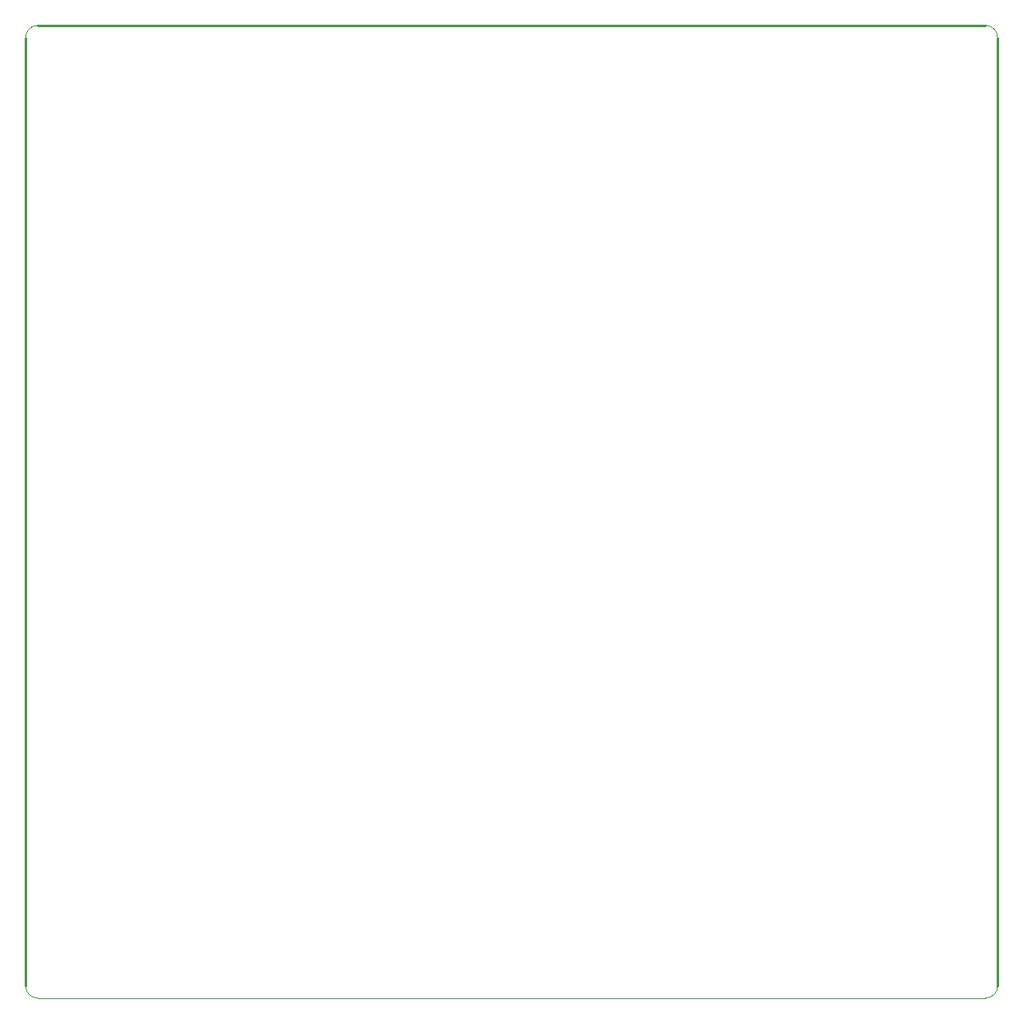
<source format=gm1>
G04*
G04 #@! TF.GenerationSoftware,Altium Limited,Altium Designer,21.6.4 (81)*
G04*
G04 Layer_Color=16711935*
%FSLAX25Y25*%
%MOIN*%
G70*
G04*
G04 #@! TF.SameCoordinates,85F88870-6580-45CF-999F-45165BC928DD*
G04*
G04*
G04 #@! TF.FilePolarity,Positive*
G04*
G01*
G75*
%ADD10C,0.00394*%
%ADD15C,0.01000*%
D10*
Y5000D02*
G03*
X5000Y0I5000J0D01*
G01*
Y393701D02*
G03*
X0Y388701I0J-5000D01*
G01*
X393701D02*
G03*
X388701Y393701I-5000J0D01*
G01*
Y0D02*
G03*
X393701Y5000I0J5000D01*
G01*
X5000Y0D02*
X388701D01*
D15*
X0Y5000D02*
Y388701D01*
X5000Y393701D02*
X388701D01*
X393701Y5000D02*
Y388701D01*
M02*

</source>
